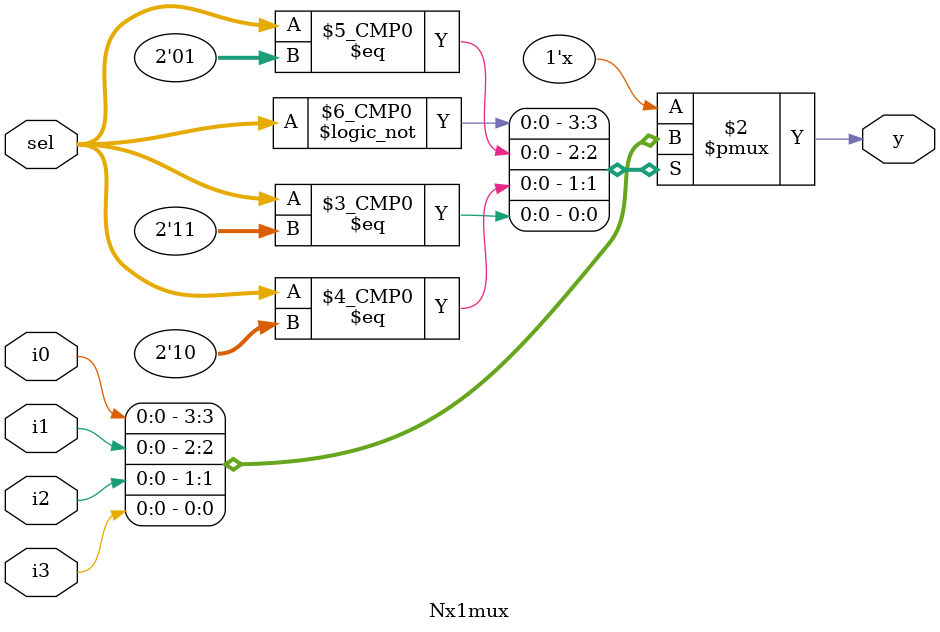
<source format=v>
module Nx1mux(
    input [1:0] sel,
    input i0,i1,i2,i3,
    output reg y );
always@(*)begin
    case(sel)
    2'h0:y=i0;
    2'h1:y=i1;
    2'h2:y=i2;
    2'h3:y=i3;
    default:$display("Invalid Input");
    endcase
    end
endmodule
</source>
